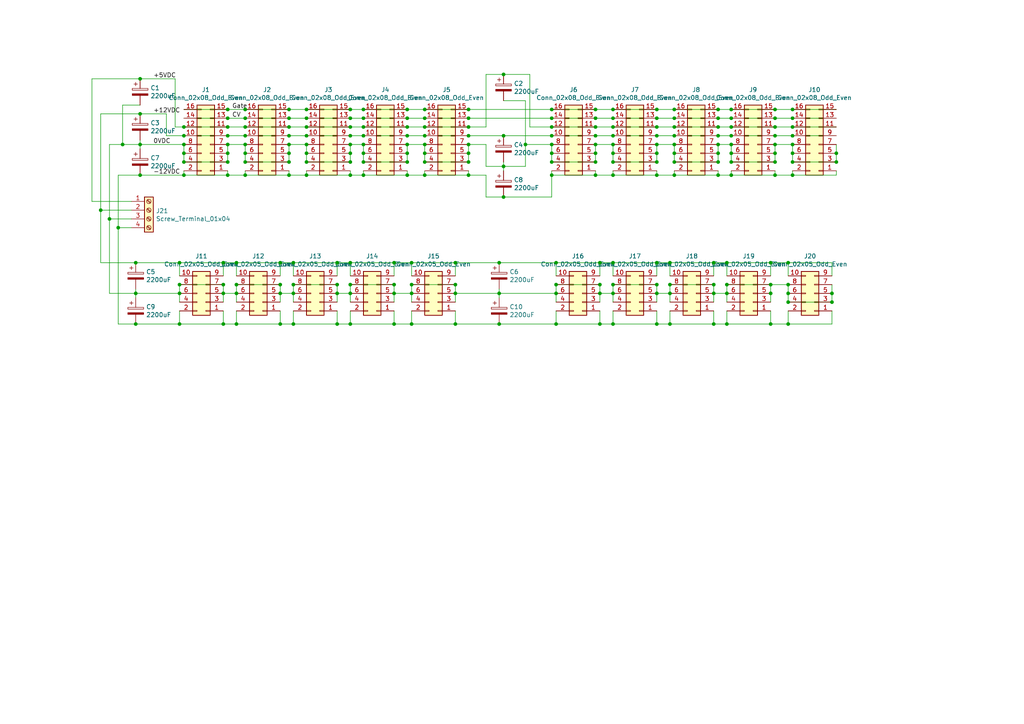
<source format=kicad_sch>
(kicad_sch (version 20250114) (generator "eeschema") (generator_version "9.0")
  (paper "A4")
  (lib_symbols
    (symbol "Connector:Screw_Terminal_01x04" (pin_names (offset 1.016) (hide yes))
      (property "Reference" "J" (at 0 5.08 0))
      (property "Value" "Screw_Terminal_01x04" (at 0 -7.62 0))
      (symbol "Screw_Terminal_01x04_1_1"
        (rectangle (start -1.27 3.81) (end 1.27 -6.35) (stroke (width 0.254)) (fill (type background)))
        (polyline (pts (xy -0.5334 2.8702) (xy 0.3302 2.032)) (stroke (width 0.1524)))
        (polyline (pts (xy -0.5334 0.3302) (xy 0.3302 -0.508)) (stroke (width 0.1524)))
        (polyline (pts (xy -0.5334 -2.2098) (xy 0.3302 -3.048)) (stroke (width 0.1524)))
        (polyline (pts (xy -0.5334 -4.7498) (xy 0.3302 -5.588)) (stroke (width 0.1524)))
        (polyline (pts (xy -0.3556 3.048) (xy 0.508 2.2098)) (stroke (width 0.1524)))
        (polyline (pts (xy -0.3556 0.508) (xy 0.508 -0.3302)) (stroke (width 0.1524)))
        (polyline (pts (xy -0.3556 -2.032) (xy 0.508 -2.8702)) (stroke (width 0.1524)))
        (polyline (pts (xy -0.3556 -4.572) (xy 0.508 -5.4102)) (stroke (width 0.1524)))
        (circle (center 0 2.54) (radius 0.635) (stroke (width 0.1524)))
        (circle (center 0 0) (radius 0.635) (stroke (width 0.1524)))
        (circle (center 0 -2.54) (radius 0.635) (stroke (width 0.1524)))
        (circle (center 0 -5.08) (radius 0.635) (stroke (width 0.1524)))
        (pin passive line (at -5.08 2.54 0) (length 3.81) (name "Pin_1") (number "1"))
        (pin passive line (at -5.08 0 0) (length 3.81) (name "Pin_2") (number "2"))
        (pin passive line (at -5.08 -2.54 0) (length 3.81) (name "Pin_3") (number "3"))
        (pin passive line (at -5.08 -5.08 0) (length 3.81) (name "Pin_4") (number "4"))
      )
    )
    (symbol "Connector_Generic:Conn_02x05_Odd_Even" (pin_names (offset 1.016) (hide yes))
      (property "Reference" "J" (at 1.27 7.62 0))
      (property "Value" "Conn_02x05_Odd_Even" (at 1.27 -7.62 0))
      (symbol "Conn_02x05_Odd_Even_1_1"
        (rectangle (start -1.27 6.35) (end 3.81 -6.35) (stroke (width 0.254)) (fill (type background)))
        (rectangle (start -1.27 5.207) (end 0 4.953) (stroke (width 0.1524)))
        (rectangle (start -1.27 2.667) (end 0 2.413) (stroke (width 0.1524)))
        (rectangle (start -1.27 0.127) (end 0 -0.127) (stroke (width 0.1524)))
        (rectangle (start -1.27 -2.413) (end 0 -2.667) (stroke (width 0.1524)))
        (rectangle (start -1.27 -4.953) (end 0 -5.207) (stroke (width 0.1524)))
        (rectangle (start 3.81 5.207) (end 2.54 4.953) (stroke (width 0.1524)))
        (rectangle (start 3.81 2.667) (end 2.54 2.413) (stroke (width 0.1524)))
        (rectangle (start 3.81 0.127) (end 2.54 -0.127) (stroke (width 0.1524)))
        (rectangle (start 3.81 -2.413) (end 2.54 -2.667) (stroke (width 0.1524)))
        (rectangle (start 3.81 -4.953) (end 2.54 -5.207) (stroke (width 0.1524)))
        (pin passive line (at -5.08 5.08 0) (length 3.81) (name "Pin_1") (number "1"))
        (pin passive line (at -5.08 2.54 0) (length 3.81) (name "Pin_3") (number "3"))
        (pin passive line (at -5.08 0 0) (length 3.81) (name "Pin_5") (number "5"))
        (pin passive line (at -5.08 -2.54 0) (length 3.81) (name "Pin_7") (number "7"))
        (pin passive line (at -5.08 -5.08 0) (length 3.81) (name "Pin_9") (number "9"))
        (pin passive line (at 7.62 5.08 180) (length 3.81) (name "Pin_2") (number "2"))
        (pin passive line (at 7.62 2.54 180) (length 3.81) (name "Pin_4") (number "4"))
        (pin passive line (at 7.62 0 180) (length 3.81) (name "Pin_6") (number "6"))
        (pin passive line (at 7.62 -2.54 180) (length 3.81) (name "Pin_8") (number "8"))
        (pin passive line (at 7.62 -5.08 180) (length 3.81) (name "Pin_10") (number "10"))
      )
    )
    (symbol "Connector_Generic:Conn_02x08_Odd_Even" (pin_names (offset 1.016) (hide yes))
      (property "Reference" "J" (at 1.27 10.16 0))
      (property "Value" "Conn_02x08_Odd_Even" (at 1.27 -12.7 0))
      (symbol "Conn_02x08_Odd_Even_1_1"
        (rectangle (start -1.27 8.89) (end 3.81 -11.43) (stroke (width 0.254)) (fill (type background)))
        (rectangle (start -1.27 7.747) (end 0 7.493) (stroke (width 0.1524)))
        (rectangle (start -1.27 5.207) (end 0 4.953) (stroke (width 0.1524)))
        (rectangle (start -1.27 2.667) (end 0 2.413) (stroke (width 0.1524)))
        (rectangle (start -1.27 0.127) (end 0 -0.127) (stroke (width 0.1524)))
        (rectangle (start -1.27 -2.413) (end 0 -2.667) (stroke (width 0.1524)))
        (rectangle (start -1.27 -4.953) (end 0 -5.207) (stroke (width 0.1524)))
        (rectangle (start -1.27 -7.493) (end 0 -7.747) (stroke (width 0.1524)))
        (rectangle (start -1.27 -10.033) (end 0 -10.287) (stroke (width 0.1524)))
        (rectangle (start 3.81 7.747) (end 2.54 7.493) (stroke (width 0.1524)))
        (rectangle (start 3.81 5.207) (end 2.54 4.953) (stroke (width 0.1524)))
        (rectangle (start 3.81 2.667) (end 2.54 2.413) (stroke (width 0.1524)))
        (rectangle (start 3.81 0.127) (end 2.54 -0.127) (stroke (width 0.1524)))
        (rectangle (start 3.81 -2.413) (end 2.54 -2.667) (stroke (width 0.1524)))
        (rectangle (start 3.81 -4.953) (end 2.54 -5.207) (stroke (width 0.1524)))
        (rectangle (start 3.81 -7.493) (end 2.54 -7.747) (stroke (width 0.1524)))
        (rectangle (start 3.81 -10.033) (end 2.54 -10.287) (stroke (width 0.1524)))
        (pin passive line (at -5.08 7.62 0) (length 3.81) (name "Pin_1") (number "1"))
        (pin passive line (at -5.08 5.08 0) (length 3.81) (name "Pin_3") (number "3"))
        (pin passive line (at -5.08 2.54 0) (length 3.81) (name "Pin_5") (number "5"))
        (pin passive line (at -5.08 0 0) (length 3.81) (name "Pin_7") (number "7"))
        (pin passive line (at -5.08 -2.54 0) (length 3.81) (name "Pin_9") (number "9"))
        (pin passive line (at -5.08 -5.08 0) (length 3.81) (name "Pin_11") (number "11"))
        (pin passive line (at -5.08 -7.62 0) (length 3.81) (name "Pin_13") (number "13"))
        (pin passive line (at -5.08 -10.16 0) (length 3.81) (name "Pin_15") (number "15"))
        (pin passive line (at 7.62 7.62 180) (length 3.81) (name "Pin_2") (number "2"))
        (pin passive line (at 7.62 5.08 180) (length 3.81) (name "Pin_4") (number "4"))
        (pin passive line (at 7.62 2.54 180) (length 3.81) (name "Pin_6") (number "6"))
        (pin passive line (at 7.62 0 180) (length 3.81) (name "Pin_8") (number "8"))
        (pin passive line (at 7.62 -2.54 180) (length 3.81) (name "Pin_10") (number "10"))
        (pin passive line (at 7.62 -5.08 180) (length 3.81) (name "Pin_12") (number "12"))
        (pin passive line (at 7.62 -7.62 180) (length 3.81) (name "Pin_14") (number "14"))
        (pin passive line (at 7.62 -10.16 180) (length 3.81) (name "Pin_16") (number "16"))
      )
    )
    (symbol "Device:CP" (pin_numbers (hide yes)) (pin_names (offset 0.254))
      (property "Reference" "C" (at 0.635 2.54 0))
      (property "Value" "Device_CP" (at 0.635 -2.54 0))
      (symbol "CP_0_1"
        (rectangle (start -2.286 0.508) (end 2.286 1.016))
        (polyline (pts (xy -1.778 2.286) (xy -0.762 2.286)))
        (polyline (pts (xy -1.27 2.794) (xy -1.27 1.778)))
        (rectangle (start 2.286 -0.508) (end -2.286 -1.016) (fill (type outline)))
      )
      (symbol "CP_1_1"
        (pin passive line (at 0 3.81 270) (length 2.794) (name "~") (number "1"))
        (pin passive line (at 0 -3.81 90) (length 2.794) (name "~") (number "2"))
      )
    )
  )
  (junction (at 101.6 34.29))
  (junction (at 40.64 22.86))
  (junction (at 195.58 46.99))
  (junction (at 132.08 85.09))
  (junction (at 39.37 85.09))
  (junction (at 146.05 48.26))
  (junction (at 105.41 39.37))
  (junction (at 53.34 39.37))
  (junction (at 190.5 50.8))
  (junction (at 85.09 93.98))
  (junction (at 135.89 50.8))
  (junction (at 101.6 50.8))
  (junction (at 118.11 34.29))
  (junction (at 194.31 82.55))
  (junction (at 135.89 44.45))
  (junction (at 85.09 82.55))
  (junction (at 40.64 41.91))
  (junction (at 114.3 82.55))
  (junction (at 66.04 41.91))
  (junction (at 212.09 44.45))
  (junction (at 97.79 76.2))
  (junction (at 177.8 50.8))
  (junction (at 161.29 76.2))
  (junction (at 52.07 85.09))
  (junction (at 88.9 44.45))
  (junction (at 71.12 34.29))
  (junction (at 172.72 39.37))
  (junction (at 190.5 85.09))
  (junction (at 52.07 76.2))
  (junction (at 31.75 63.5))
  (junction (at 224.79 50.8))
  (junction (at 64.77 82.55))
  (junction (at 207.01 82.55))
  (junction (at 68.58 82.55))
  (junction (at 71.12 46.99))
  (junction (at 53.34 41.91))
  (junction (at 210.82 82.55))
  (junction (at 224.79 46.99))
  (junction (at 101.6 41.91))
  (junction (at 195.58 44.45))
  (junction (at 208.28 36.83))
  (junction (at 190.5 46.99))
  (junction (at 224.79 41.91))
  (junction (at 144.78 85.09))
  (junction (at 105.41 44.45))
  (junction (at 97.79 82.55))
  (junction (at 212.09 39.37))
  (junction (at 66.04 50.8))
  (junction (at 83.82 50.8))
  (junction (at 177.8 76.2))
  (junction (at 114.3 85.09))
  (junction (at 229.87 36.83))
  (junction (at 212.09 31.75))
  (junction (at 173.99 82.55))
  (junction (at 66.04 44.45))
  (junction (at 229.87 50.8))
  (junction (at 119.38 93.98))
  (junction (at 40.64 33.02))
  (junction (at 177.8 34.29))
  (junction (at 68.58 93.98))
  (junction (at 208.28 46.99))
  (junction (at 53.34 50.8))
  (junction (at 71.12 36.83))
  (junction (at 160.02 31.75))
  (junction (at 146.05 57.15))
  (junction (at 210.82 76.2))
  (junction (at 68.58 76.2))
  (junction (at 160.02 44.45))
  (junction (at 29.21 60.96))
  (junction (at 83.82 36.83))
  (junction (at 190.5 36.83))
  (junction (at 229.87 39.37))
  (junction (at 123.19 36.83))
  (junction (at 195.58 31.75))
  (junction (at 83.82 34.29))
  (junction (at 229.87 46.99))
  (junction (at 195.58 39.37))
  (junction (at 83.82 46.99))
  (junction (at 52.07 93.98))
  (junction (at 88.9 41.91))
  (junction (at 118.11 39.37))
  (junction (at 88.9 46.99))
  (junction (at 177.8 44.45))
  (junction (at 173.99 93.98))
  (junction (at 144.78 93.98))
  (junction (at 71.12 31.75))
  (junction (at 101.6 39.37))
  (junction (at 66.04 46.99))
  (junction (at 35.56 41.91))
  (junction (at 190.5 76.2))
  (junction (at 172.72 50.8))
  (junction (at 123.19 31.75))
  (junction (at 123.19 41.91))
  (junction (at 208.28 41.91))
  (junction (at 229.87 44.45))
  (junction (at 212.09 36.83))
  (junction (at 105.41 31.75))
  (junction (at 88.9 50.8))
  (junction (at 146.05 39.37))
  (junction (at 223.52 82.55))
  (junction (at 161.29 82.55))
  (junction (at 83.82 39.37))
  (junction (at 207.01 76.2))
  (junction (at 105.41 41.91))
  (junction (at 83.82 44.45))
  (junction (at 101.6 76.2))
  (junction (at 101.6 44.45))
  (junction (at 208.28 34.29))
  (junction (at 228.6 87.63))
  (junction (at 101.6 85.09))
  (junction (at 135.89 31.75))
  (junction (at 172.72 36.83))
  (junction (at 172.72 44.45))
  (junction (at 223.52 76.2))
  (junction (at 161.29 85.09))
  (junction (at 160.02 46.99))
  (junction (at 68.58 85.09))
  (junction (at 207.01 85.09))
  (junction (at 118.11 41.91))
  (junction (at 242.57 44.45))
  (junction (at 160.02 41.91))
  (junction (at 101.6 93.98))
  (junction (at 210.82 93.98))
  (junction (at 105.41 46.99))
  (junction (at 64.77 93.98))
  (junction (at 228.6 76.2))
  (junction (at 53.34 36.83))
  (junction (at 105.41 34.29))
  (junction (at 224.79 44.45))
  (junction (at 81.28 82.55))
  (junction (at 190.5 41.91))
  (junction (at 177.8 31.75))
  (junction (at 66.04 39.37))
  (junction (at 97.79 85.09))
  (junction (at 123.19 50.8))
  (junction (at 177.8 85.09))
  (junction (at 135.89 46.99))
  (junction (at 208.28 31.75))
  (junction (at 123.19 34.29))
  (junction (at 224.79 36.83))
  (junction (at 101.6 82.55))
  (junction (at 135.89 39.37))
  (junction (at 224.79 31.75))
  (junction (at 53.34 44.45))
  (junction (at 195.58 50.8))
  (junction (at 64.77 85.09))
  (junction (at 208.28 44.45))
  (junction (at 212.09 46.99))
  (junction (at 210.82 85.09))
  (junction (at 228.6 85.09))
  (junction (at 177.8 39.37))
  (junction (at 195.58 36.83))
  (junction (at 53.34 46.99))
  (junction (at 85.09 85.09))
  (junction (at 224.79 34.29))
  (junction (at 118.11 36.83))
  (junction (at 172.72 31.75))
  (junction (at 242.57 46.99))
  (junction (at 229.87 41.91))
  (junction (at 160.02 34.29))
  (junction (at 208.28 50.8))
  (junction (at 114.3 76.2))
  (junction (at 190.5 93.98))
  (junction (at 229.87 31.75))
  (junction (at 172.72 46.99))
  (junction (at 223.52 85.09))
  (junction (at 135.89 41.91))
  (junction (at 118.11 50.8))
  (junction (at 101.6 31.75))
  (junction (at 135.89 36.83))
  (junction (at 161.29 93.98))
  (junction (at 40.64 50.8))
  (junction (at 119.38 76.2))
  (junction (at 194.31 93.98))
  (junction (at 39.37 76.2))
  (junction (at 66.04 31.75))
  (junction (at 224.79 39.37))
  (junction (at 177.8 41.91))
  (junction (at 66.04 34.29))
  (junction (at 229.87 34.29))
  (junction (at 97.79 93.98))
  (junction (at 83.82 41.91))
  (junction (at 88.9 39.37))
  (junction (at 172.72 41.91))
  (junction (at 146.05 21.59))
  (junction (at 190.5 31.75))
  (junction (at 160.02 39.37))
  (junction (at 132.08 82.55))
  (junction (at 71.12 41.91))
  (junction (at 52.07 82.55))
  (junction (at 101.6 46.99))
  (junction (at 241.3 85.09))
  (junction (at 83.82 31.75))
  (junction (at 88.9 31.75))
  (junction (at 160.02 50.8))
  (junction (at 85.09 76.2))
  (junction (at 123.19 39.37))
  (junction (at 144.78 76.2))
  (junction (at 208.28 39.37))
  (junction (at 123.19 44.45))
  (junction (at 119.38 82.55))
  (junction (at 190.5 39.37))
  (junction (at 194.31 85.09))
  (junction (at 190.5 44.45))
  (junction (at 194.31 76.2))
  (junction (at 81.28 76.2))
  (junction (at 88.9 36.83))
  (junction (at 71.12 50.8))
  (junction (at 81.28 85.09))
  (junction (at 88.9 34.29))
  (junction (at 152.4 41.91))
  (junction (at 228.6 82.55))
  (junction (at 118.11 44.45))
  (junction (at 66.04 36.83))
  (junction (at 114.3 93.98))
  (junction (at 101.6 36.83))
  (junction (at 71.12 44.45))
  (junction (at 105.41 50.8))
  (junction (at 118.11 31.75))
  (junction (at 212.09 41.91))
  (junction (at 172.72 34.29))
  (junction (at 190.5 34.29))
  (junction (at 195.58 34.29))
  (junction (at 118.11 46.99))
  (junction (at 190.5 82.55))
  (junction (at 223.52 93.98))
  (junction (at 39.37 93.98))
  (junction (at 135.89 34.29))
  (junction (at 160.02 36.83))
  (junction (at 81.28 93.98))
  (junction (at 132.08 76.2))
  (junction (at 173.99 85.09))
  (junction (at 71.12 39.37))
  (junction (at 241.3 87.63))
  (junction (at 195.58 41.91))
  (junction (at 119.38 85.09))
  (junction (at 177.8 36.83))
  (junction (at 177.8 82.55))
  (junction (at 212.09 34.29))
  (junction (at 228.6 93.98))
  (junction (at 34.29 66.04))
  (junction (at 132.08 93.98))
  (junction (at 173.99 76.2))
  (junction (at 212.09 50.8))
  (junction (at 207.01 93.98))
  (junction (at 105.41 36.83))
  (junction (at 177.8 46.99))
  (junction (at 177.8 93.98))
  (junction (at 123.19 46.99))
  (junction (at 64.77 76.2))
  (wire (pts (xy 52.07 85.09) (xy 52.07 87.63)))
  (wire (pts (xy 190.5 76.2) (xy 190.5 80.01)))
  (wire (pts (xy 172.72 36.83) (xy 177.8 36.83)))
  (wire (pts (xy 101.6 93.98) (xy 101.6 90.17)))
  (wire (pts (xy 140.97 50.8) (xy 140.97 57.15)))
  (wire (pts (xy 224.79 34.29) (xy 229.87 34.29)))
  (wire (pts (xy 48.26 39.37) (xy 53.34 39.37)))
  (wire (pts (xy 207.01 76.2) (xy 207.01 80.01)))
  (wire (pts (xy 177.8 36.83) (xy 190.5 36.83)))
  (wire (pts (xy 173.99 93.98) (xy 161.29 93.98)))
  (wire (pts (xy 64.77 76.2) (xy 64.77 80.01)))
  (wire (pts (xy 83.82 50.8) (xy 83.82 49.53)))
  (wire (pts (xy 241.3 87.63) (xy 241.3 85.09)))
  (wire (pts (xy 190.5 50.8) (xy 190.5 49.53)))
  (wire (pts (xy 52.07 82.55) (xy 64.77 82.55)))
  (wire (pts (xy 88.9 41.91) (xy 88.9 44.45)))
  (wire (pts (xy 177.8 93.98) (xy 177.8 90.17)))
  (wire (pts (xy 68.58 82.55) (xy 81.28 82.55)))
  (wire (pts (xy 88.9 36.83) (xy 101.6 36.83)))
  (wire (pts (xy 114.3 76.2) (xy 114.3 80.01)))
  (wire (pts (xy 146.05 57.15) (xy 160.02 57.15)))
  (wire (pts (xy 132.08 85.09) (xy 132.08 87.63)))
  (wire (pts (xy 212.09 50.8) (xy 212.09 49.53)))
  (wire (pts (xy 105.41 39.37) (xy 118.11 39.37)))
  (wire (pts (xy 208.28 46.99) (xy 195.58 46.99)))
  (wire (pts (xy 40.64 40.64) (xy 40.64 41.91)))
  (wire (pts (xy 194.31 76.2) (xy 207.01 76.2)))
  (wire (pts (xy 144.78 76.2) (xy 161.29 76.2)))
  (wire (pts (xy 177.8 46.99) (xy 190.5 46.99)))
  (wire (pts (xy 48.26 33.02) (xy 48.26 39.37)))
  (wire (pts (xy 132.08 76.2) (xy 132.08 80.01)))
  (wire (pts (xy 177.8 39.37) (xy 190.5 39.37)))
  (wire (pts (xy 40.64 41.91) (xy 53.34 41.91)))
  (wire (pts (xy 229.87 34.29) (xy 242.57 34.29)))
  (wire (pts (xy 190.5 31.75) (xy 195.58 31.75)))
  (wire (pts (xy 229.87 46.99) (xy 242.57 46.99)))
  (wire (pts (xy 135.89 44.45) (xy 135.89 41.91)))
  (wire (pts (xy 39.37 85.09) (xy 39.37 86.36)))
  (wire (pts (xy 118.11 46.99) (xy 118.11 44.45)))
  (wire (pts (xy 66.04 31.75) (xy 71.12 31.75)))
  (wire (pts (xy 64.77 85.09) (xy 64.77 87.63)))
  (wire (pts (xy 177.8 85.09) (xy 173.99 85.09)))
  (wire (pts (xy 88.9 50.8) (xy 101.6 50.8)))
  (wire (pts (xy 194.31 93.98) (xy 194.31 90.17)))
  (wire (pts (xy 160.02 36.83) (xy 172.72 36.83)))
  (wire (pts (xy 161.29 93.98) (xy 144.78 93.98)))
  (wire (pts (xy 114.3 82.55) (xy 114.3 85.09)))
  (wire (pts (xy 83.82 39.37) (xy 88.9 39.37)))
  (wire (pts (xy 118.11 50.8) (xy 118.11 49.53)))
  (wire (pts (xy 146.05 46.99) (xy 146.05 48.26)))
  (wire (pts (xy 229.87 41.91) (xy 229.87 44.45)))
  (wire (pts (xy 85.09 93.98) (xy 85.09 90.17)))
  (wire (pts (xy 83.82 46.99) (xy 83.82 44.45)))
  (wire (pts (xy 114.3 85.09) (xy 114.3 87.63)))
  (wire (pts (xy 39.37 76.2) (xy 52.07 76.2)))
  (wire (pts (xy 195.58 44.45) (xy 195.58 46.99)))
  (wire (pts (xy 123.19 34.29) (xy 135.89 34.29)))
  (wire (pts (xy 29.21 60.96) (xy 29.21 76.2)))
  (wire (pts (xy 118.11 34.29) (xy 123.19 34.29)))
  (wire (pts (xy 177.8 82.55) (xy 190.5 82.55)))
  (wire (pts (xy 160.02 46.99) (xy 172.72 46.99)))
  (wire (pts (xy 105.41 41.91) (xy 105.41 44.45)))
  (wire (pts (xy 194.31 80.01) (xy 194.31 76.2)))
  (wire (pts (xy 97.79 85.09) (xy 101.6 85.09)))
  (wire (pts (xy 53.34 36.83) (xy 66.04 36.83)))
  (wire (pts (xy 210.82 85.09) (xy 210.82 82.55)))
  (wire (pts (xy 228.6 93.98) (xy 228.6 90.17)))
  (wire (pts (xy 135.89 36.83) (xy 140.97 36.83)))
  (wire (pts (xy 64.77 93.98) (xy 64.77 90.17)))
  (wire (pts (xy 71.12 50.8) (xy 83.82 50.8)))
  (wire (pts (xy 210.82 76.2) (xy 210.82 80.01)))
  (wire (pts (xy 68.58 85.09) (xy 68.58 82.55)))
  (wire (pts (xy 40.64 50.8) (xy 53.34 50.8)))
  (wire (pts (xy 114.3 85.09) (xy 119.38 85.09)))
  (wire (pts (xy 210.82 76.2) (xy 223.52 76.2)))
  (wire (pts (xy 161.29 76.2) (xy 161.29 80.01)))
  (wire (pts (xy 119.38 85.09) (xy 119.38 82.55)))
  (wire (pts (xy 68.58 85.09) (xy 68.58 87.63)))
  (wire (pts (xy 224.79 46.99) (xy 224.79 44.45)))
  (wire (pts (xy 97.79 93.98) (xy 97.79 90.17)))
  (wire (pts (xy 105.41 46.99) (xy 118.11 46.99)))
  (wire (pts (xy 229.87 36.83) (xy 242.57 36.83)))
  (wire (pts (xy 135.89 31.75) (xy 160.02 31.75)))
  (wire (pts (xy 160.02 41.91) (xy 160.02 44.45)))
  (wire (pts (xy 88.9 39.37) (xy 101.6 39.37)))
  (wire (pts (xy 123.19 50.8) (xy 118.11 50.8)))
  (wire (pts (xy 223.52 82.55) (xy 228.6 82.55)))
  (wire (pts (xy 135.89 39.37) (xy 146.05 39.37)))
  (wire (pts (xy 224.79 31.75) (xy 229.87 31.75)))
  (wire (pts (xy 210.82 82.55) (xy 223.52 82.55)))
  (wire (pts (xy 190.5 85.09) (xy 194.31 85.09)))
  (wire (pts (xy 64.77 85.09) (xy 68.58 85.09)))
  (wire (pts (xy 38.1 58.42) (xy 26.67 58.42)))
  (wire (pts (xy 152.4 48.26) (xy 152.4 41.91)))
  (wire (pts (xy 135.89 34.29) (xy 160.02 34.29)))
  (wire (pts (xy 135.89 46.99) (xy 135.89 44.45)))
  (wire (pts (xy 172.72 39.37) (xy 177.8 39.37)))
  (wire (pts (xy 177.8 93.98) (xy 173.99 93.98)))
  (wire (pts (xy 146.05 21.59) (xy 153.67 21.59)))
  (wire (pts (xy 177.8 87.63) (xy 177.8 85.09)))
  (wire (pts (xy 208.28 50.8) (xy 208.28 49.53)))
  (wire (pts (xy 153.67 36.83) (xy 160.02 36.83)))
  (wire (pts (xy 194.31 87.63) (xy 194.31 85.09)))
  (wire (pts (xy 123.19 31.75) (xy 135.89 31.75)))
  (wire (pts (xy 224.79 50.8) (xy 212.09 50.8)))
  (wire (pts (xy 29.21 33.02) (xy 29.21 60.96)))
  (wire (pts (xy 123.19 49.53) (xy 123.19 50.8)))
  (wire (pts (xy 146.05 48.26) (xy 152.4 48.26)))
  (wire (pts (xy 172.72 41.91) (xy 177.8 41.91)))
  (wire (pts (xy 119.38 85.09) (xy 119.38 87.63)))
  (wire (pts (xy 207.01 85.09) (xy 207.01 87.63)))
  (wire (pts (xy 81.28 93.98) (xy 81.28 90.17)))
  (wire (pts (xy 241.3 93.98) (xy 241.3 90.17)))
  (wire (pts (xy 212.09 39.37) (xy 224.79 39.37)))
  (wire (pts (xy 83.82 36.83) (xy 88.9 36.83)))
  (wire (pts (xy 52.07 93.98) (xy 52.07 90.17)))
  (wire (pts (xy 97.79 82.55) (xy 97.79 85.09)))
  (wire (pts (xy 172.72 50.8) (xy 172.72 49.53)))
  (wire (pts (xy 208.28 46.99) (xy 208.28 44.45)))
  (wire (pts (xy 38.1 60.96) (xy 29.21 60.96)))
  (wire (pts (xy 105.41 34.29) (xy 118.11 34.29)))
  (wire (pts (xy 101.6 31.75) (xy 105.41 31.75)))
  (wire (pts (xy 190.5 82.55) (xy 190.5 85.09)))
  (wire (pts (xy 161.29 93.98) (xy 161.29 90.17)))
  (wire (pts (xy 132.08 85.09) (xy 144.78 85.09)))
  (wire (pts (xy 177.8 50.8) (xy 177.8 49.53)))
  (wire (pts (xy 223.52 85.09) (xy 223.52 87.63)))
  (wire (pts (xy 223.52 82.55) (xy 223.52 85.09)))
  (wire (pts (xy 71.12 31.75) (xy 83.82 31.75)))
  (wire (pts (xy 83.82 34.29) (xy 88.9 34.29)))
  (wire (pts (xy 66.04 46.99) (xy 66.04 44.45)))
  (wire (pts (xy 81.28 93.98) (xy 68.58 93.98)))
  (wire (pts (xy 81.28 76.2) (xy 85.09 76.2)))
  (wire (pts (xy 31.75 63.5) (xy 31.75 85.09)))
  (wire (pts (xy 144.78 85.09) (xy 144.78 86.36)))
  (wire (pts (xy 64.77 93.98) (xy 52.07 93.98)))
  (wire (pts (xy 172.72 44.45) (xy 172.72 41.91)))
  (wire (pts (xy 53.34 46.99) (xy 66.04 46.99)))
  (wire (pts (xy 114.3 93.98) (xy 101.6 93.98)))
  (wire (pts (xy 68.58 76.2) (xy 81.28 76.2)))
  (wire (pts (xy 229.87 44.45) (xy 229.87 46.99)))
  (wire (pts (xy 241.3 76.2) (xy 241.3 80.01)))
  (wire (pts (xy 114.3 76.2) (xy 119.38 76.2)))
  (wire (pts (xy 34.29 93.98) (xy 39.37 93.98)))
  (wire (pts (xy 66.04 50.8) (xy 66.04 49.53)))
  (wire (pts (xy 71.12 50.8) (xy 71.12 49.53)))
  (wire (pts (xy 71.12 34.29) (xy 83.82 34.29)))
  (wire (pts (xy 173.99 82.55) (xy 173.99 85.09)))
  (wire (pts (xy 31.75 63.5) (xy 38.1 63.5)))
  (wire (pts (xy 172.72 34.29) (xy 177.8 34.29)))
  (wire (pts (xy 229.87 50.8) (xy 224.79 50.8)))
  (wire (pts (xy 210.82 93.98) (xy 207.01 93.98)))
  (wire (pts (xy 50.8 36.83) (xy 53.34 36.83)))
  (wire (pts (xy 208.28 41.91) (xy 212.09 41.91)))
  (wire (pts (xy 195.58 31.75) (xy 208.28 31.75)))
  (wire (pts (xy 68.58 93.98) (xy 64.77 93.98)))
  (wire (pts (xy 135.89 50.8) (xy 135.89 49.53)))
  (wire (pts (xy 105.41 31.75) (xy 118.11 31.75)))
  (wire (pts (xy 208.28 39.37) (xy 212.09 39.37)))
  (wire (pts (xy 144.78 83.82) (xy 144.78 85.09)))
  (wire (pts (xy 223.52 76.2) (xy 228.6 76.2)))
  (wire (pts (xy 123.19 46.99) (xy 135.89 46.99)))
  (wire (pts (xy 118.11 41.91) (xy 123.19 41.91)))
  (wire (pts (xy 101.6 41.91) (xy 105.41 41.91)))
  (wire (pts (xy 105.41 44.45) (xy 105.41 46.99)))
  (wire (pts (xy 40.64 41.91) (xy 40.64 43.18)))
  (wire (pts (xy 39.37 83.82) (xy 39.37 85.09)))
  (wire (pts (xy 26.67 22.86) (xy 26.67 58.42)))
  (wire (pts (xy 160.02 57.15) (xy 160.02 50.8)))
  (wire (pts (xy 101.6 46.99) (xy 101.6 44.45)))
  (wire (pts (xy 101.6 82.55) (xy 101.6 85.09)))
  (wire (pts (xy 101.6 50.8) (xy 101.6 49.53)))
  (wire (pts (xy 160.02 39.37) (xy 172.72 39.37)))
  (wire (pts (xy 177.8 50.8) (xy 172.72 50.8)))
  (wire (pts (xy 161.29 82.55) (xy 173.99 82.55)))
  (wire (pts (xy 101.6 39.37) (xy 105.41 39.37)))
  (wire (pts (xy 119.38 82.55) (xy 132.08 82.55)))
  (wire (pts (xy 190.5 36.83) (xy 195.58 36.83)))
  (wire (pts (xy 34.29 66.04) (xy 34.29 93.98)))
  (wire (pts (xy 66.04 41.91) (xy 71.12 41.91)))
  (wire (pts (xy 105.41 50.8) (xy 118.11 50.8)))
  (wire (pts (xy 85.09 93.98) (xy 81.28 93.98)))
  (wire (pts (xy 31.75 41.91) (xy 35.56 41.91)))
  (wire (pts (xy 212.09 50.8) (xy 208.28 50.8)))
  (wire (pts (xy 83.82 44.45) (xy 83.82 41.91)))
  (wire (pts (xy 66.04 44.45) (xy 66.04 41.91)))
  (wire (pts (xy 123.19 50.8) (xy 135.89 50.8)))
  (wire (pts (xy 64.77 82.55) (xy 64.77 85.09)))
  (wire (pts (xy 53.34 41.91) (xy 53.34 44.45)))
  (wire (pts (xy 34.29 50.8) (xy 34.29 66.04)))
  (wire (pts (xy 190.5 46.99) (xy 190.5 44.45)))
  (wire (pts (xy 140.97 48.26) (xy 146.05 48.26)))
  (wire (pts (xy 160.02 34.29) (xy 172.72 34.29)))
  (wire (pts (xy 118.11 44.45) (xy 118.11 41.91)))
  (wire (pts (xy 123.19 39.37) (xy 135.89 39.37)))
  (wire (pts (xy 132.08 93.98) (xy 119.38 93.98)))
  (wire (pts (xy 119.38 93.98) (xy 119.38 90.17)))
  (wire (pts (xy 172.72 46.99) (xy 172.72 44.45)))
  (wire (pts (xy 223.52 76.2) (xy 223.52 80.01)))
  (wire (pts (xy 52.07 76.2) (xy 64.77 76.2)))
  (wire (pts (xy 172.72 50.8) (xy 160.02 50.8)))
  (wire (pts (xy 119.38 76.2) (xy 119.38 80.01)))
  (wire (pts (xy 135.89 41.91) (xy 140.97 41.91)))
  (wire (pts (xy 31.75 41.91) (xy 31.75 63.5)))
  (wire (pts (xy 224.79 36.83) (xy 229.87 36.83)))
  (wire (pts (xy 88.9 34.29) (xy 101.6 34.29)))
  (wire (pts (xy 177.8 31.75) (xy 190.5 31.75)))
  (wire (pts (xy 140.97 41.91) (xy 140.97 48.26)))
  (wire (pts (xy 31.75 85.09) (xy 39.37 85.09)))
  (wire (pts (xy 71.12 39.37) (xy 83.82 39.37)))
  (wire (pts (xy 207.01 93.98) (xy 194.31 93.98)))
  (wire (pts (xy 101.6 82.55) (xy 114.3 82.55)))
  (wire (pts (xy 212.09 31.75) (xy 224.79 31.75)))
  (wire (pts (xy 123.19 36.83) (xy 135.89 36.83)))
  (wire (pts (xy 64.77 76.2) (xy 68.58 76.2)))
  (wire (pts (xy 229.87 50.8) (xy 229.87 49.53)))
  (wire (pts (xy 118.11 31.75) (xy 123.19 31.75)))
  (wire (pts (xy 212.09 34.29) (xy 224.79 34.29)))
  (wire (pts (xy 101.6 34.29) (xy 105.41 34.29)))
  (wire (pts (xy 207.01 85.09) (xy 210.82 85.09)))
  (wire (pts (xy 160.02 31.75) (xy 172.72 31.75)))
  (wire (pts (xy 101.6 93.98) (xy 97.79 93.98)))
  (wire (pts (xy 228.6 82.55) (xy 228.6 85.09)))
  (wire (pts (xy 207.01 82.55) (xy 207.01 85.09)))
  (wire (pts (xy 153.67 21.59) (xy 153.67 36.83)))
  (wire (pts (xy 152.4 41.91) (xy 160.02 41.91)))
  (wire (pts (xy 207.01 76.2) (xy 210.82 76.2)))
  (wire (pts (xy 140.97 57.15) (xy 146.05 57.15)))
  (wire (pts (xy 50.8 22.86) (xy 50.8 36.83)))
  (wire (pts (xy 101.6 44.45) (xy 101.6 41.91)))
  (wire (pts (xy 88.9 31.75) (xy 101.6 31.75)))
  (wire (pts (xy 66.04 36.83) (xy 71.12 36.83)))
  (wire (pts (xy 88.9 50.8) (xy 88.9 49.53)))
  (wire (pts (xy 81.28 85.09) (xy 85.09 85.09)))
  (wire (pts (xy 208.28 31.75) (xy 212.09 31.75)))
  (wire (pts (xy 173.99 85.09) (xy 173.99 87.63)))
  (wire (pts (xy 105.41 36.83) (xy 118.11 36.83)))
  (wire (pts (xy 53.34 31.75) (xy 66.04 31.75)))
  (wire (pts (xy 194.31 82.55) (xy 207.01 82.55)))
  (wire (pts (xy 177.8 34.29) (xy 190.5 34.29)))
  (wire (pts (xy 29.21 76.2) (xy 39.37 76.2)))
  (wire (pts (xy 71.12 44.45) (xy 71.12 46.99)))
  (wire (pts (xy 85.09 85.09) (xy 85.09 82.55)))
  (wire (pts (xy 52.07 76.2) (xy 52.07 80.01)))
  (wire (pts (xy 224.79 41.91) (xy 229.87 41.91)))
  (wire (pts (xy 53.34 34.29) (xy 66.04 34.29)))
  (wire (pts (xy 97.79 76.2) (xy 97.79 80.01)))
  (wire (pts (xy 210.82 93.98) (xy 210.82 90.17)))
  (wire (pts (xy 53.34 50.8) (xy 66.04 50.8)))
  (wire (pts (xy 101.6 50.8) (xy 105.41 50.8)))
  (wire (pts (xy 177.8 44.45) (xy 177.8 46.99)))
  (wire (pts (xy 195.58 50.8) (xy 195.58 49.53)))
  (wire (pts (xy 140.97 21.59) (xy 146.05 21.59)))
  (wire (pts (xy 208.28 36.83) (xy 212.09 36.83)))
  (wire (pts (xy 118.11 39.37) (xy 123.19 39.37)))
  (wire (pts (xy 123.19 44.45) (xy 123.19 46.99)))
  (wire (pts (xy 71.12 46.99) (xy 83.82 46.99)))
  (wire (pts (xy 132.08 76.2) (xy 144.78 76.2)))
  (wire (pts (xy 241.3 93.98) (xy 228.6 93.98)))
  (wire (pts (xy 53.34 39.37) (xy 66.04 39.37)))
  (wire (pts (xy 35.56 30.48) (xy 40.64 30.48)))
  (wire (pts (xy 224.79 44.45) (xy 224.79 41.91)))
  (wire (pts (xy 242.57 50.8) (xy 229.87 50.8)))
  (wire (pts (xy 195.58 41.91) (xy 195.58 44.45)))
  (wire (pts (xy 161.29 85.09) (xy 161.29 82.55)))
  (wire (pts (xy 195.58 39.37) (xy 208.28 39.37)))
  (wire (pts (xy 34.29 66.04) (xy 38.1 66.04)))
  (wire (pts (xy 97.79 93.98) (xy 85.09 93.98)))
  (wire (pts (xy 140.97 36.83) (xy 140.97 21.59)))
  (wire (pts (xy 241.3 85.09) (xy 241.3 82.55)))
  (wire (pts (xy 85.09 76.2) (xy 97.79 76.2)))
  (wire (pts (xy 97.79 85.09) (xy 97.79 87.63)))
  (wire (pts (xy 173.99 76.2) (xy 173.99 80.01)))
  (wire (pts (xy 190.5 76.2) (xy 194.31 76.2)))
  (wire (pts (xy 40.64 41.91) (xy 35.56 41.91)))
  (wire (pts (xy 190.5 50.8) (xy 177.8 50.8)))
  (wire (pts (xy 71.12 41.91) (xy 71.12 44.45)))
  (wire (pts (xy 212.09 44.45) (xy 212.09 46.99)))
  (wire (pts (xy 194.31 82.55) (xy 194.31 85.09)))
  (wire (pts (xy 40.64 50.8) (xy 34.29 50.8)))
  (wire (pts (xy 152.4 29.21) (xy 152.4 41.91)))
  (wire (pts (xy 52.07 85.09) (xy 39.37 85.09)))
  (wire (pts (xy 190.5 41.91) (xy 195.58 41.91)))
  (wire (pts (xy 88.9 46.99) (xy 101.6 46.99)))
  (wire (pts (xy 160.02 44.45) (xy 160.02 46.99)))
  (wire (pts (xy 83.82 41.91) (xy 88.9 41.91)))
  (wire (pts (xy 177.8 76.2) (xy 177.8 80.01)))
  (wire (pts (xy 190.5 34.29) (xy 195.58 34.29)))
  (wire (pts (xy 173.99 93.98) (xy 173.99 90.17)))
  (wire (pts (xy 146.05 29.21) (xy 152.4 29.21)))
  (wire (pts (xy 85.09 76.2) (xy 85.09 80.01)))
  (wire (pts (xy 229.87 31.75) (xy 242.57 31.75)))
  (wire (pts (xy 177.8 76.2) (xy 190.5 76.2)))
  (wire (pts (xy 229.87 39.37) (xy 242.57 39.37)))
  (wire (pts (xy 146.05 39.37) (xy 160.02 39.37)))
  (wire (pts (xy 190.5 93.98) (xy 190.5 90.17)))
  (wire (pts (xy 118.11 36.83) (xy 123.19 36.83)))
  (wire (pts (xy 81.28 82.55) (xy 81.28 85.09)))
  (wire (pts (xy 146.05 48.26) (xy 146.05 49.53)))
  (wire (pts (xy 119.38 76.2) (xy 132.08 76.2)))
  (wire (pts (xy 29.21 33.02) (xy 40.64 33.02)))
  (wire (pts (xy 68.58 76.2) (xy 68.58 80.01)))
  (wire (pts (xy 53.34 50.8) (xy 53.34 49.53)))
  (wire (pts (xy 40.64 33.02) (xy 48.26 33.02)))
  (wire (pts (xy 208.28 34.29) (xy 212.09 34.29)))
  (wire (pts (xy 132.08 82.55) (xy 132.08 85.09)))
  (wire (pts (xy 161.29 76.2) (xy 173.99 76.2)))
  (wire (pts (xy 208.28 44.45) (xy 208.28 41.91)))
  (wire (pts (xy 212.09 46.99) (xy 224.79 46.99)))
  (wire (pts (xy 228.6 76.2) (xy 228.6 80.01)))
  (wire (pts (xy 66.04 50.8) (xy 71.12 50.8)))
  (wire (pts (xy 228.6 85.09) (xy 228.6 87.63)))
  (wire (pts (xy 40.64 22.86) (xy 50.8 22.86)))
  (wire (pts (xy 212.09 41.91) (xy 212.09 44.45)))
  (wire (pts (xy 160.02 50.8) (xy 160.02 49.53)))
  (wire (pts (xy 223.52 93.98) (xy 210.82 93.98)))
  (wire (pts (xy 190.5 93.98) (xy 177.8 93.98)))
  (wire (pts (xy 71.12 36.83) (xy 83.82 36.83)))
  (wire (pts (xy 123.19 41.91) (xy 123.19 44.45)))
  (wire (pts (xy 81.28 76.2) (xy 81.28 80.01)))
  (wire (pts (xy 224.79 50.8) (xy 224.79 49.53)))
  (wire (pts (xy 194.31 93.98) (xy 190.5 93.98)))
  (wire (pts (xy 101.6 36.83) (xy 105.41 36.83)))
  (wire (pts (xy 177.8 41.91) (xy 177.8 44.45)))
  (wire (pts (xy 101.6 76.2) (xy 101.6 80.01)))
  (wire (pts (xy 195.58 50.8) (xy 190.5 50.8)))
  (wire (pts (xy 228.6 87.63) (xy 241.3 87.63)))
  (wire (pts (xy 223.52 93.98) (xy 223.52 90.17)))
  (wire (pts (xy 242.57 46.99) (xy 242.57 44.45)))
  (wire (pts (xy 83.82 50.8) (xy 88.9 50.8)))
  (wire (pts (xy 81.28 85.09) (xy 81.28 87.63)))
  (wire (pts (xy 66.04 39.37) (xy 71.12 39.37)))
  (wire (pts (xy 97.79 76.2) (xy 101.6 76.2)))
  (wire (pts (xy 224.79 39.37) (xy 229.87 39.37)))
  (wire (pts (xy 68.58 93.98) (xy 68.58 90.17)))
  (wire (pts (xy 26.67 22.86) (xy 40.64 22.86)))
  (wire (pts (xy 208.28 50.8) (xy 195.58 50.8)))
  (wire (pts (xy 83.82 31.75) (xy 88.9 31.75)))
  (wire (pts (xy 210.82 87.63) (xy 210.82 85.09)))
  (wire (pts (xy 195.58 34.29) (xy 208.28 34.29)))
  (wire (pts (xy 242.57 50.8) (xy 242.57 49.53)))
  (wire (pts (xy 161.29 85.09) (xy 161.29 87.63)))
  (wire (pts (xy 52.07 85.09) (xy 52.07 82.55)))
  (wire (pts (xy 53.34 44.45) (xy 53.34 46.99)))
  (wire (pts (xy 66.04 34.29) (xy 71.12 34.29)))
  (wire (pts (xy 190.5 39.37) (xy 195.58 39.37)))
  (wire (pts (xy 242.57 44.45) (xy 242.57 41.91)))
  (wire (pts (xy 119.38 93.98) (xy 114.3 93.98)))
  (wire (pts (xy 144.78 85.09) (xy 161.29 85.09)))
  (wire (pts (xy 39.37 93.98) (xy 52.07 93.98)))
  (wire (pts (xy 228.6 93.98) (xy 223.52 93.98)))
  (wire (pts (xy 135.89 50.8) (xy 140.97 50.8)))
  (wire (pts (xy 101.6 76.2) (xy 114.3 76.2)))
  (wire (pts (xy 212.09 36.83) (xy 224.79 36.83)))
  (wire (pts (xy 88.9 44.45) (xy 88.9 46.99)))
  (wire (pts (xy 190.5 85.09) (xy 190.5 87.63)))
  (wire (pts (xy 85.09 82.55) (xy 97.79 82.55)))
  (wire (pts (xy 207.01 93.98) (xy 207.01 90.17)))
  (wire (pts (xy 105.41 50.8) (xy 105.41 49.53)))
  (wire (pts (xy 85.09 85.09) (xy 85.09 87.63)))
  (wire (pts (xy 144.78 93.98) (xy 132.08 93.98)))
  (wire (pts (xy 114.3 93.98) (xy 114.3 90.17)))
  (wire (pts (xy 195.58 36.83) (xy 208.28 36.83)))
  (wire (pts (xy 190.5 41.91) (xy 190.5 44.45)))
  (wire (pts (xy 35.56 41.91) (xy 35.56 30.48)))
  (wire (pts (xy 132.08 93.98) (xy 132.08 90.17)))
  (wire (pts (xy 101.6 85.09) (xy 101.6 87.63)))
  (wire (pts (xy 177.8 85.09) (xy 177.8 82.55)))
  (wire (pts (xy 228.6 76.2) (xy 241.3 76.2)))
  (wire (pts (xy 173.99 76.2) (xy 177.8 76.2)))
  (wire (pts (xy 172.72 31.75) (xy 177.8 31.75)))
  (label "-12VDC" (at 44.45 50.8 0))
  (label "Gate" (at 67.31 31.75 0))
  (label "+12VDC" (at 44.45 33.02 0))
  (label "+5VDC" (at 44.45 22.86 0))
  (label "CV" (at 67.31 34.29 0))
  (label "0VDC" (at 44.45 41.91 0))
  (symbol (lib_id "Connector_Generic:Conn_02x05_Odd_Even") (at 59.69 85.09 180) (unit 1)
    (property "Reference" "J11" (at 58.42 74.295 0))
    (property "Value" "Conn_02x05_Odd_Even" (at 58.42 76.6064 0))
    (property "Footprint" "Socket_Strips:Socket_Strip_Straight_2x05_Pitch2.54mm" (effects (hide yes)))
  )
  (symbol (lib_id "Connector_Generic:Conn_02x08_Odd_Even") (at 60.96 41.91 180) (unit 1)
    (property "Reference" "J1" (at 59.69 26.035 0))
    (property "Value" "Conn_02x08_Odd_Even" (at 59.69 28.3464 0))
    (property "Footprint" "Socket_Strips:Socket_Strip_Straight_2x08_Pitch2.54mm" (effects (hide yes)))
  )
  (symbol (lib_id "Device:CP") (at 40.64 36.83 0) (unit 1)
    (property "Reference" "C3" (at 43.6372 35.6616 0) (effects (justify left)))
    (property "Value" "2200uF" (at 43.6372 37.973 0) (effects (justify left)))
    (property "Footprint" "Custom_Library:CP_Elec_18 x 21.5" (effects (hide yes)))
  )
  (symbol (lib_id "Connector_Generic:Conn_02x08_Odd_Even") (at 78.74 41.91 180) (unit 1)
    (property "Reference" "J2" (at 77.47 26.035 0))
    (property "Value" "Conn_02x08_Odd_Even" (at 77.47 28.3464 0))
    (property "Footprint" "Socket_Strips:Socket_Strip_Straight_2x08_Pitch2.54mm" (effects (hide yes)))
  )
  (symbol (lib_id "Connector_Generic:Conn_02x08_Odd_Even") (at 96.52 41.91 180) (unit 1)
    (property "Reference" "J3" (at 95.25 26.035 0))
    (property "Value" "Conn_02x08_Odd_Even" (at 95.25 28.3464 0))
    (property "Footprint" "Socket_Strips:Socket_Strip_Straight_2x08_Pitch2.54mm" (effects (hide yes)))
  )
  (symbol (lib_id "Connector_Generic:Conn_02x08_Odd_Even") (at 113.03 41.91 180) (unit 1)
    (property "Reference" "J4" (at 111.76 26.035 0))
    (property "Value" "Conn_02x08_Odd_Even" (at 111.76 28.3464 0))
    (property "Footprint" "Socket_Strips:Socket_Strip_Straight_2x08_Pitch2.54mm" (effects (hide yes)))
  )
  (symbol (lib_id "Connector_Generic:Conn_02x08_Odd_Even") (at 130.81 41.91 180) (unit 1)
    (property "Reference" "J5" (at 129.54 26.035 0))
    (property "Value" "Conn_02x08_Odd_Even" (at 129.54 28.3464 0))
    (property "Footprint" "Socket_Strips:Socket_Strip_Straight_2x08_Pitch2.54mm" (effects (hide yes)))
  )
  (symbol (lib_id "Device:CP") (at 40.64 46.99 0) (unit 1)
    (property "Reference" "C7" (at 43.6372 45.8216 0) (effects (justify left)))
    (property "Value" "2200uF" (at 43.6372 48.133 0) (effects (justify left)))
    (property "Footprint" "Custom_Library:CP_Elec_18 x 21.5" (effects (hide yes)))
  )
  (symbol (lib_id "Device:CP") (at 146.05 43.18 0) (unit 1)
    (property "Reference" "C4" (at 149.0472 42.0116 0) (effects (justify left)))
    (property "Value" "2200uF" (at 149.0472 44.323 0) (effects (justify left)))
    (property "Footprint" "Custom_Library:CP_Elec_18 x 21.5" (effects (hide yes)))
  )
  (symbol (lib_id "Device:CP") (at 146.05 53.34 0) (unit 1)
    (property "Reference" "C8" (at 149.0472 52.1716 0) (effects (justify left)))
    (property "Value" "2200uF" (at 149.0472 54.483 0) (effects (justify left)))
    (property "Footprint" "Custom_Library:CP_Elec_18 x 21.5" (effects (hide yes)))
  )
  (symbol (lib_id "Connector_Generic:Conn_02x08_Odd_Even") (at 167.64 41.91 180) (unit 1)
    (property "Reference" "J6" (at 166.37 26.035 0))
    (property "Value" "Conn_02x08_Odd_Even" (at 166.37 28.3464 0))
    (property "Footprint" "Socket_Strips:Socket_Strip_Straight_2x08_Pitch2.54mm" (effects (hide yes)))
  )
  (symbol (lib_id "Connector_Generic:Conn_02x08_Odd_Even") (at 185.42 41.91 180) (unit 1)
    (property "Reference" "J7" (at 184.15 26.035 0))
    (property "Value" "Conn_02x08_Odd_Even" (at 184.15 28.3464 0))
    (property "Footprint" "Socket_Strips:Socket_Strip_Straight_2x08_Pitch2.54mm" (effects (hide yes)))
  )
  (symbol (lib_id "Connector_Generic:Conn_02x08_Odd_Even") (at 203.2 41.91 180) (unit 1)
    (property "Reference" "J8" (at 201.93 26.035 0))
    (property "Value" "Conn_02x08_Odd_Even" (at 201.93 28.3464 0))
    (property "Footprint" "Socket_Strips:Socket_Strip_Straight_2x08_Pitch2.54mm" (effects (hide yes)))
  )
  (symbol (lib_id "Connector_Generic:Conn_02x08_Odd_Even") (at 219.71 41.91 180) (unit 1)
    (property "Reference" "J9" (at 218.44 26.035 0))
    (property "Value" "Conn_02x08_Odd_Even" (at 218.44 28.3464 0))
    (property "Footprint" "Socket_Strips:Socket_Strip_Straight_2x08_Pitch2.54mm" (effects (hide yes)))
  )
  (symbol (lib_id "Connector_Generic:Conn_02x08_Odd_Even") (at 237.49 41.91 180) (unit 1)
    (property "Reference" "J10" (at 236.22 26.035 0))
    (property "Value" "Conn_02x08_Odd_Even" (at 236.22 28.3464 0))
    (property "Footprint" "Socket_Strips:Socket_Strip_Straight_2x08_Pitch2.54mm" (effects (hide yes)))
  )
  (symbol (lib_id "Device:CP") (at 39.37 80.01 0) (unit 1)
    (property "Reference" "C5" (at 42.3672 78.8416 0) (effects (justify left)))
    (property "Value" "2200uF" (at 42.3672 81.153 0) (effects (justify left)))
    (property "Footprint" "Custom_Library:CP_Elec_18 x 21.5" (effects (hide yes)))
  )
  (symbol (lib_id "Device:CP") (at 39.37 90.17 0) (unit 1)
    (property "Reference" "C9" (at 42.3672 89.0016 0) (effects (justify left)))
    (property "Value" "2200uF" (at 42.3672 91.313 0) (effects (justify left)))
    (property "Footprint" "Custom_Library:CP_Elec_18 x 21.5" (effects (hide yes)))
  )
  (symbol (lib_id "Connector_Generic:Conn_02x05_Odd_Even") (at 76.2 85.09 180) (unit 1)
    (property "Reference" "J12" (at 74.93 74.295 0))
    (property "Value" "Conn_02x05_Odd_Even" (at 74.93 76.6064 0))
    (property "Footprint" "Socket_Strips:Socket_Strip_Straight_2x05_Pitch2.54mm" (effects (hide yes)))
  )
  (symbol (lib_id "Connector_Generic:Conn_02x05_Odd_Even") (at 92.71 85.09 180) (unit 1)
    (property "Reference" "J13" (at 91.44 74.295 0))
    (property "Value" "Conn_02x05_Odd_Even" (at 91.44 76.6064 0))
    (property "Footprint" "Socket_Strips:Socket_Strip_Straight_2x05_Pitch2.54mm" (effects (hide yes)))
  )
  (symbol (lib_id "Connector_Generic:Conn_02x05_Odd_Even") (at 109.22 85.09 180) (unit 1)
    (property "Reference" "J14" (at 107.95 74.295 0))
    (property "Value" "Conn_02x05_Odd_Even" (at 107.95 76.6064 0))
    (property "Footprint" "Socket_Strips:Socket_Strip_Straight_2x05_Pitch2.54mm" (effects (hide yes)))
  )
  (symbol (lib_id "Connector_Generic:Conn_02x05_Odd_Even") (at 127 85.09 180) (unit 1)
    (property "Reference" "J15" (at 125.73 74.295 0))
    (property "Value" "Conn_02x05_Odd_Even" (at 125.73 76.6064 0))
    (property "Footprint" "Socket_Strips:Socket_Strip_Straight_2x05_Pitch2.54mm" (effects (hide yes)))
  )
  (symbol (lib_id "Device:CP") (at 144.78 80.01 0) (unit 1)
    (property "Reference" "C6" (at 147.7772 78.8416 0) (effects (justify left)))
    (property "Value" "2200uF" (at 147.7772 81.153 0) (effects (justify left)))
    (property "Footprint" "Custom_Library:CP_Elec_18 x 21.5" (effects (hide yes)))
  )
  (symbol (lib_id "Device:CP") (at 144.78 90.17 0) (unit 1)
    (property "Reference" "C10" (at 147.7772 89.0016 0) (effects (justify left)))
    (property "Value" "2200uF" (at 147.7772 91.313 0) (effects (justify left)))
    (property "Footprint" "Custom_Library:CP_Elec_18 x 21.5" (effects (hide yes)))
  )
  (symbol (lib_id "Connector_Generic:Conn_02x05_Odd_Even") (at 168.91 85.09 180) (unit 1)
    (property "Reference" "J16" (at 167.64 74.295 0))
    (property "Value" "Conn_02x05_Odd_Even" (at 167.64 76.6064 0))
    (property "Footprint" "Socket_Strips:Socket_Strip_Straight_2x05_Pitch2.54mm" (effects (hide yes)))
  )
  (symbol (lib_id "Connector_Generic:Conn_02x05_Odd_Even") (at 185.42 85.09 180) (unit 1)
    (property "Reference" "J17" (at 184.15 74.295 0))
    (property "Value" "Conn_02x05_Odd_Even" (at 184.15 76.6064 0))
    (property "Footprint" "Socket_Strips:Socket_Strip_Straight_2x05_Pitch2.54mm" (effects (hide yes)))
  )
  (symbol (lib_id "Connector_Generic:Conn_02x05_Odd_Even") (at 201.93 85.09 180) (unit 1)
    (property "Reference" "J18" (at 200.66 74.295 0))
    (property "Value" "Conn_02x05_Odd_Even" (at 200.66 76.6064 0))
    (property "Footprint" "Socket_Strips:Socket_Strip_Straight_2x05_Pitch2.54mm" (effects (hide yes)))
  )
  (symbol (lib_id "Connector_Generic:Conn_02x05_Odd_Even") (at 218.44 85.09 180) (unit 1)
    (property "Reference" "J19" (at 217.17 74.295 0))
    (property "Value" "Conn_02x05_Odd_Even" (at 217.17 76.6064 0))
    (property "Footprint" "Socket_Strips:Socket_Strip_Straight_2x05_Pitch2.54mm" (effects (hide yes)))
  )
  (symbol (lib_id "Connector_Generic:Conn_02x05_Odd_Even") (at 236.22 85.09 180) (unit 1)
    (property "Reference" "J20" (at 234.95 74.295 0))
    (property "Value" "Conn_02x05_Odd_Even" (at 234.95 76.6064 0))
    (property "Footprint" "Socket_Strips:Socket_Strip_Straight_2x05_Pitch2.54mm" (effects (hide yes)))
  )
  (symbol (lib_id "Device:CP") (at 40.64 26.67 0) (unit 1)
    (property "Reference" "C1" (at 43.6372 25.5016 0) (effects (justify left)))
    (property "Value" "2200uF" (at 43.6372 27.813 0) (effects (justify left)))
    (property "Footprint" "Custom_Library:CP_Elec_18 x 21.5" (effects (hide yes)))
  )
  (symbol (lib_id "Device:CP") (at 146.05 25.4 0) (unit 1)
    (property "Reference" "C2" (at 149.0472 24.2316 0) (effects (justify left)))
    (property "Value" "2200uF" (at 149.0472 26.543 0) (effects (justify left)))
    (property "Footprint" "Custom_Library:CP_Elec_18 x 21.5" (effects (hide yes)))
  )
  (symbol (lib_id "Connector:Screw_Terminal_01x04") (at 43.18 60.96 0) (unit 1)
    (property "Reference" "J21" (at 45.212 61.1632 0) (effects (justify left)))
    (property "Value" "Screw_Terminal_01x04" (at 45.212 63.4746 0) (effects (justify left)))
    (property "Footprint" "Connectors_Terminal_Blocks:TerminalBlock_bornier-4_P5.08mm" (effects (hide yes)))
  )
)
</source>
